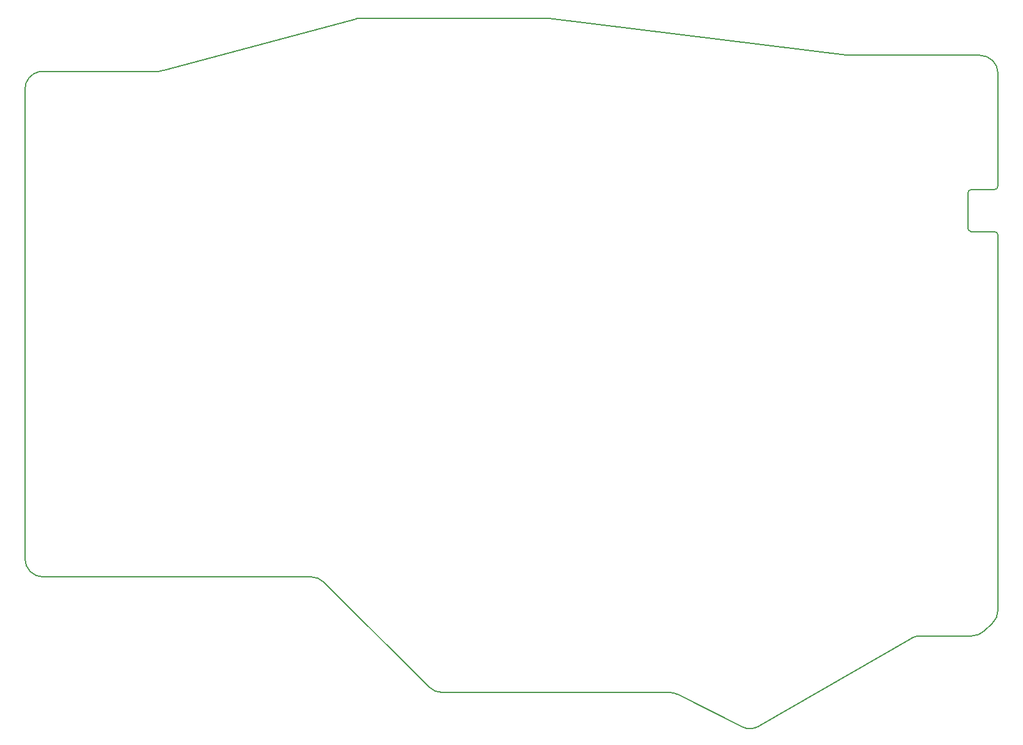
<source format=gbr>
%TF.GenerationSoftware,KiCad,Pcbnew,(5.99.0-8557-g8988e46ab1)*%
%TF.CreationDate,2021-02-27T05:51:48-07:00*%
%TF.ProjectId,SP56_Bottom,53503536-5f42-46f7-9474-6f6d2e6b6963,rev?*%
%TF.SameCoordinates,Original*%
%TF.FileFunction,Profile,NP*%
%FSLAX46Y46*%
G04 Gerber Fmt 4.6, Leading zero omitted, Abs format (unit mm)*
G04 Created by KiCad (PCBNEW (5.99.0-8557-g8988e46ab1)) date 2021-02-27 05:51:48*
%MOMM*%
%LPD*%
G01*
G04 APERTURE LIST*
%TA.AperFunction,Profile*%
%ADD10C,0.150000*%
%TD*%
G04 APERTURE END LIST*
D10*
X169405095Y-127341253D02*
G75*
G03*
X168282430Y-127074999I-1122665J-2233747D01*
G01*
X209614476Y-57975000D02*
X209614476Y-62775000D01*
X201750692Y-119587177D02*
X180685165Y-131749364D01*
X203000692Y-119252241D02*
G75*
G03*
X201750692Y-119587177I-1J-2500000D01*
G01*
X213303952Y-63275000D02*
G75*
G02*
X213803952Y-63775000I0J-500000D01*
G01*
X212999325Y-117539398D02*
G75*
G03*
X213803952Y-115702087I-1695373J1837311D01*
G01*
X98221599Y-40930881D02*
G75*
G02*
X97578479Y-41109015I-643120J1071867D01*
G01*
X178312501Y-131818048D02*
G75*
G03*
X180685165Y-131749364I1122664J2233747D01*
G01*
X151577318Y-33793672D02*
G75*
G03*
X151272343Y-33775000I-304975J-2481328D01*
G01*
X78989476Y-43575000D02*
X78989476Y-44075000D01*
X135035182Y-126348197D02*
X120398994Y-111801802D01*
X178312501Y-131818048D02*
X169405095Y-127341252D01*
X210165877Y-119252241D02*
G75*
G03*
X211861250Y-118589552I0J2500000D01*
G01*
X213803952Y-41375000D02*
G75*
G03*
X211303952Y-38875000I-2500000J0D01*
G01*
X192767969Y-38856328D02*
G75*
G03*
X193072944Y-38875000I304975J2481328D01*
G01*
X213803952Y-56975000D02*
X213803952Y-41375000D01*
X78989476Y-108575000D02*
G75*
G03*
X81489476Y-111075000I2500000J0D01*
G01*
X135035182Y-126348197D02*
G75*
G03*
X136797501Y-127074999I1762319J1773198D01*
G01*
X78989476Y-108575000D02*
X78989476Y-108075000D01*
X193072944Y-38875000D02*
X211303952Y-38875000D01*
X81078479Y-41109015D02*
G75*
G03*
X78989476Y-43575000I410997J-2465985D01*
G01*
X209614476Y-57975000D02*
G75*
G02*
X210114476Y-57475000I500000J0D01*
G01*
X213303952Y-57475000D02*
X210114476Y-57475000D01*
X210165878Y-119252241D02*
X203000692Y-119252241D01*
X125289481Y-33775000D02*
X151272343Y-33774999D01*
X151577318Y-33793671D02*
X192767969Y-38856329D01*
X81078479Y-41109015D02*
X97578479Y-41109015D01*
X213803952Y-63775000D02*
X213803952Y-115702087D01*
X98221599Y-40930881D02*
X124878483Y-33809015D01*
X78989476Y-108075000D02*
X78989476Y-44075000D01*
X168282430Y-127074999D02*
X136797501Y-127074999D01*
X212999325Y-117539397D02*
X211861250Y-118589551D01*
X125289480Y-33775000D02*
G75*
G03*
X124878483Y-33809015I0J-2500000D01*
G01*
X210114476Y-63275000D02*
X213303952Y-63275000D01*
X120398994Y-111801802D02*
G75*
G03*
X118636674Y-111075000I-1762320J-1773198D01*
G01*
X118636674Y-111075000D02*
X81489476Y-111075000D01*
X213803952Y-56975000D02*
G75*
G02*
X213303952Y-57475000I-500000J0D01*
G01*
X210114476Y-63275000D02*
G75*
G02*
X209614476Y-62775000I0J500000D01*
G01*
M02*

</source>
